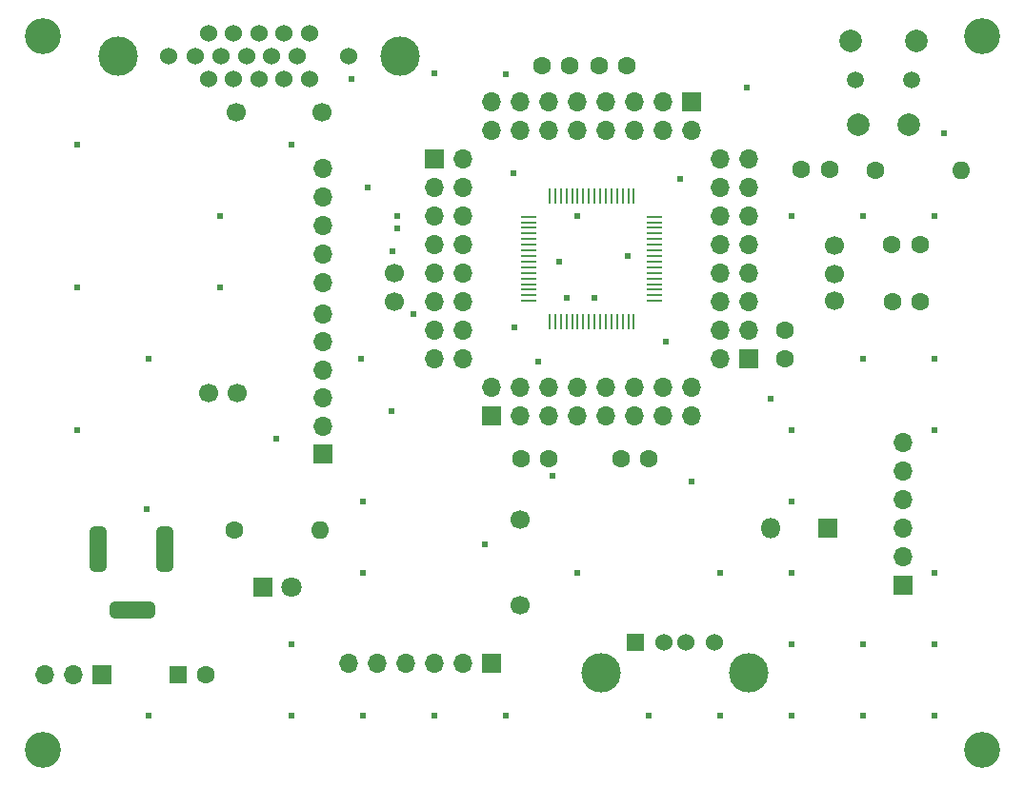
<source format=gts>
%TF.GenerationSoftware,KiCad,Pcbnew,7.0.5*%
%TF.CreationDate,2023-07-08T16:14:15+09:00*%
%TF.ProjectId,mz80emu-vga,6d7a3830-656d-4752-9d76-67612e6b6963,2.0*%
%TF.SameCoordinates,PX5f5e100PY8f872a0*%
%TF.FileFunction,Soldermask,Top*%
%TF.FilePolarity,Negative*%
%FSLAX46Y46*%
G04 Gerber Fmt 4.6, Leading zero omitted, Abs format (unit mm)*
G04 Created by KiCad (PCBNEW 7.0.5) date 2023-07-08 16:14:15*
%MOMM*%
%LPD*%
G01*
G04 APERTURE LIST*
G04 Aperture macros list*
%AMRoundRect*
0 Rectangle with rounded corners*
0 $1 Rounding radius*
0 $2 $3 $4 $5 $6 $7 $8 $9 X,Y pos of 4 corners*
0 Add a 4 corners polygon primitive as box body*
4,1,4,$2,$3,$4,$5,$6,$7,$8,$9,$2,$3,0*
0 Add four circle primitives for the rounded corners*
1,1,$1+$1,$2,$3*
1,1,$1+$1,$4,$5*
1,1,$1+$1,$6,$7*
1,1,$1+$1,$8,$9*
0 Add four rect primitives between the rounded corners*
20,1,$1+$1,$2,$3,$4,$5,0*
20,1,$1+$1,$4,$5,$6,$7,0*
20,1,$1+$1,$6,$7,$8,$9,0*
20,1,$1+$1,$8,$9,$2,$3,0*%
G04 Aperture macros list end*
%ADD10C,3.200000*%
%ADD11R,1.700000X1.700000*%
%ADD12O,1.700000X1.700000*%
%ADD13R,1.800000X1.800000*%
%ADD14C,1.800000*%
%ADD15C,1.700000*%
%ADD16C,1.600000*%
%ADD17C,1.500000*%
%ADD18C,2.000000*%
%ADD19O,1.600000X1.600000*%
%ADD20RoundRect,0.375000X-0.375000X-1.625000X0.375000X-1.625000X0.375000X1.625000X-0.375000X1.625000X0*%
%ADD21RoundRect,0.375000X1.625000X-0.375000X1.625000X0.375000X-1.625000X0.375000X-1.625000X-0.375000X0*%
%ADD22O,1.800000X1.800000*%
%ADD23R,1.473200X0.279400*%
%ADD24R,0.279400X1.473200*%
%ADD25R,1.524000X1.524000*%
%ADD26C,1.524000*%
%ADD27C,3.500000*%
%ADD28C,1.524400*%
%ADD29R,1.600000X1.600000*%
%ADD30C,0.605000*%
G04 APERTURE END LIST*
D10*
X86750000Y3250000D03*
X3250000Y3250000D03*
D11*
X66040000Y38100000D03*
D12*
X63500000Y38100000D03*
X66040000Y40640000D03*
X63500000Y40640000D03*
X66040000Y43180000D03*
X63500000Y43180000D03*
X66040000Y45720000D03*
X63500000Y45720000D03*
X66040000Y48260000D03*
X63500000Y48260000D03*
X66040000Y50800000D03*
X63500000Y50800000D03*
X66040000Y53340000D03*
X63500000Y53340000D03*
X66040000Y55880000D03*
X63500000Y55880000D03*
D13*
X22860000Y17780000D03*
D14*
X25400000Y17780000D03*
D11*
X43180000Y33020000D03*
D12*
X43180000Y35560000D03*
X45720000Y33020000D03*
X45720000Y35560000D03*
X48260000Y33020000D03*
X48260000Y35560000D03*
X50800000Y33020000D03*
X50800000Y35560000D03*
X53340000Y33020000D03*
X53340000Y35560000D03*
X55880000Y33020000D03*
X55880000Y35560000D03*
X58420000Y33020000D03*
X58420000Y35560000D03*
X60960000Y33020000D03*
X60960000Y35560000D03*
D10*
X86750000Y66750000D03*
D15*
X34544000Y43180000D03*
X34544000Y45680000D03*
D16*
X54650000Y29210000D03*
X57150000Y29210000D03*
D17*
X80500000Y62875000D03*
X75500000Y62875000D03*
D18*
X80250000Y58875000D03*
X75750000Y58875000D03*
X80900000Y66375000D03*
X75100000Y66375000D03*
D16*
X20320000Y22860000D03*
D19*
X27940000Y22860000D03*
D20*
X8170000Y21120000D03*
X14170000Y21120000D03*
D21*
X11220000Y15720000D03*
D15*
X73650000Y48150000D03*
X73650000Y43250000D03*
X73650000Y45610000D03*
D13*
X73045000Y22980000D03*
D22*
X67965000Y22980000D03*
D16*
X52705000Y64135000D03*
X55205000Y64135000D03*
D23*
X46461600Y50725000D03*
X46461600Y50225001D03*
X46461600Y49725000D03*
X46461600Y49225001D03*
X46461600Y48724999D03*
X46461600Y48225000D03*
X46461600Y47725001D03*
X46461600Y47225000D03*
X46461600Y46725000D03*
X46461600Y46224999D03*
X46461600Y45725000D03*
X46461600Y45225001D03*
X46461600Y44724999D03*
X46461600Y44225000D03*
X46461600Y43724999D03*
X46461600Y43225000D03*
D24*
X48325000Y41361600D03*
X48824999Y41361600D03*
X49325000Y41361600D03*
X49824999Y41361600D03*
X50325001Y41361600D03*
X50825000Y41361600D03*
X51324999Y41361600D03*
X51825000Y41361600D03*
X52325000Y41361600D03*
X52825001Y41361600D03*
X53325000Y41361600D03*
X53824999Y41361600D03*
X54325001Y41361600D03*
X54825000Y41361600D03*
X55325001Y41361600D03*
X55825000Y41361600D03*
D23*
X57688400Y43225000D03*
X57688400Y43724999D03*
X57688400Y44225000D03*
X57688400Y44724999D03*
X57688400Y45225001D03*
X57688400Y45725000D03*
X57688400Y46224999D03*
X57688400Y46725000D03*
X57688400Y47225000D03*
X57688400Y47725001D03*
X57688400Y48225000D03*
X57688400Y48724999D03*
X57688400Y49225001D03*
X57688400Y49725000D03*
X57688400Y50225001D03*
X57688400Y50725000D03*
D24*
X55825000Y52588400D03*
X55325001Y52588400D03*
X54825000Y52588400D03*
X54325001Y52588400D03*
X53824999Y52588400D03*
X53325000Y52588400D03*
X52825001Y52588400D03*
X52325000Y52588400D03*
X51825000Y52588400D03*
X51324999Y52588400D03*
X50825000Y52588400D03*
X50325001Y52588400D03*
X49824999Y52588400D03*
X49325000Y52588400D03*
X48824999Y52588400D03*
X48325000Y52588400D03*
D25*
X55970000Y12870000D03*
D26*
X58470000Y12870000D03*
X60470000Y12870000D03*
X62970000Y12870000D03*
D27*
X52900000Y10160000D03*
X66040000Y10160000D03*
D11*
X8540000Y10000000D03*
D12*
X6000000Y10000000D03*
X3460000Y10000000D03*
D11*
X79760000Y17920000D03*
D12*
X79760000Y20460000D03*
X79760000Y23000000D03*
X79760000Y25540000D03*
X79760000Y28080000D03*
X79760000Y30620000D03*
D11*
X60960000Y60960000D03*
D12*
X60960000Y58420000D03*
X58420000Y60960000D03*
X58420000Y58420000D03*
X55880000Y60960000D03*
X55880000Y58420000D03*
X53340000Y60960000D03*
X53340000Y58420000D03*
X50800000Y60960000D03*
X50800000Y58420000D03*
X48260000Y60960000D03*
X48260000Y58420000D03*
X45720000Y60960000D03*
X45720000Y58420000D03*
X43180000Y60960000D03*
X43180000Y58420000D03*
D10*
X3250000Y66750000D03*
D11*
X38100000Y55880000D03*
D12*
X40640000Y55880000D03*
X38100000Y53340000D03*
X40640000Y53340000D03*
X38100000Y50800000D03*
X40640000Y50800000D03*
X38100000Y48260000D03*
X40640000Y48260000D03*
X38100000Y45720000D03*
X40640000Y45720000D03*
X38100000Y43180000D03*
X40640000Y43180000D03*
X38100000Y40640000D03*
X40640000Y40640000D03*
X38100000Y38100000D03*
X40640000Y38100000D03*
D15*
X20460000Y60000000D03*
X28080000Y60000000D03*
D16*
X78740000Y48260000D03*
X81240000Y48260000D03*
D11*
X43180000Y11000000D03*
D12*
X40640000Y11000000D03*
X38100000Y11000000D03*
X35560000Y11000000D03*
X33020000Y11000000D03*
X30480000Y11000000D03*
D11*
X28160000Y29600000D03*
D12*
X28220000Y32100000D03*
X28160000Y34600000D03*
X28220000Y37100000D03*
X28160000Y39600000D03*
X28220000Y42100000D03*
X28220000Y44880000D03*
X28220000Y47420000D03*
X28220000Y49960000D03*
X28220000Y52500000D03*
X28220000Y55040000D03*
D15*
X18020000Y35060000D03*
X20560000Y35060000D03*
D16*
X78780000Y43180000D03*
X81280000Y43180000D03*
X73210000Y54950000D03*
X70710000Y54950000D03*
X77280000Y54820000D03*
D19*
X84900000Y54820000D03*
D16*
X69215000Y40600000D03*
X69215000Y38100000D03*
X47625000Y64135000D03*
X50125000Y64135000D03*
D15*
X45750000Y23780000D03*
X45750000Y16160000D03*
D27*
X10000000Y65000000D03*
D26*
X14500000Y65000000D03*
X30500000Y65000000D03*
D27*
X35000000Y65000000D03*
D26*
X18000000Y63000000D03*
X20250000Y63000000D03*
X22500000Y63000000D03*
X24750000Y63000000D03*
X27000000Y63000000D03*
X16875000Y65000000D03*
X19125000Y65000000D03*
D28*
X21375000Y65000000D03*
D26*
X23625000Y65000000D03*
X25875000Y65000000D03*
X18000000Y67000000D03*
X20250000Y67000000D03*
X22500000Y67000000D03*
X24750000Y67000000D03*
X27000000Y67000000D03*
D16*
X45760000Y29210000D03*
X48260000Y29210000D03*
D29*
X15280000Y10000000D03*
D16*
X17780000Y10000000D03*
D30*
X34300000Y33390000D03*
X6350000Y57150000D03*
X82550000Y12700000D03*
X82550000Y38100000D03*
X45080000Y54570000D03*
X25400000Y12700000D03*
X83400000Y58150000D03*
X82550000Y50800000D03*
X25400000Y57150000D03*
X6350000Y44450000D03*
X31531242Y38084358D03*
X50800000Y19050000D03*
X44450000Y6350000D03*
X25400000Y6350000D03*
X52330000Y43520000D03*
X82550000Y6350000D03*
X30730000Y62950000D03*
X12700000Y6350000D03*
X44450000Y63380600D03*
X12550000Y24720000D03*
X6350000Y31750000D03*
X76200000Y50800000D03*
X76200000Y12700000D03*
X76200000Y38100000D03*
X19050000Y44450000D03*
X19050000Y50800000D03*
X69850000Y25400000D03*
X59960000Y54090000D03*
X36190000Y42040000D03*
X24000000Y31000000D03*
X31750000Y19050000D03*
X65860000Y62190000D03*
X76200000Y6350000D03*
X31750000Y25400000D03*
X69850000Y6350000D03*
X48551205Y27648795D03*
X38100000Y6350000D03*
X69850000Y19050000D03*
X82550000Y31750000D03*
X55300000Y47210000D03*
X58670000Y39580000D03*
X57150000Y6350000D03*
X69850000Y50800000D03*
X69850000Y12700000D03*
X45230000Y40890000D03*
X49160000Y46710000D03*
X31750000Y6350000D03*
X12700000Y38100000D03*
X34360000Y47660000D03*
X63500000Y19050000D03*
X63500000Y6350000D03*
X69850000Y31750000D03*
X38100000Y63500000D03*
X42545000Y21590000D03*
X50800000Y50800000D03*
X49824998Y43474998D03*
X82550000Y19050000D03*
X47320000Y37810000D03*
X60980000Y27185598D03*
X67960000Y34530000D03*
X32175100Y53310000D03*
X34780000Y50790000D03*
X34800000Y49720000D03*
M02*

</source>
